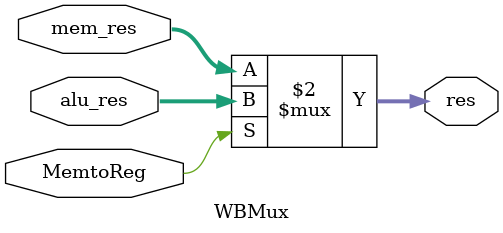
<source format=v>
`timescale 1ns / 1ps


module WBMux(
    input [31:0] alu_res,
    input [31:0] mem_res,
    input MemtoReg,
    output [31:0] res
    );
    assign res = (MemtoReg == 1) ? alu_res : mem_res;
endmodule

</source>
